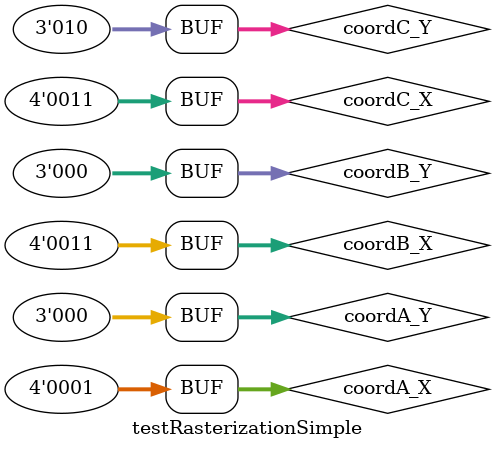
<source format=v>
`include "rasterizationSimple.v"

module testRasterizationSimple();
	reg[3:0] coordA_X;
	reg[2:0] coordA_Y;
	reg[3:0] coordB_X;
	reg[2:0] coordB_Y;
	reg[3:0] coordC_X;
	reg[2:0] coordC_Y;
    wire[11:0] screen;

    rasterizeSimple #(4,3) Rast0(.coordA_X(coordA_X), .coordA_Y(coordA_Y), .coordB_X(coordB_X), .coordB_Y(coordB_Y), .coordC_X(coordC_X), .coordC_Y(coordC_Y), .screen(screen));

    initial begin
        $dumpfile("rasterizationSimple.vcd");
        $dumpvars();

        coordA_X=4'd1;coordA_Y=3'd0; coordB_X=4'd3; coordB_Y=3'd0; coordC_X=4'd3; coordC_Y=3'd2; #1000
        $display("test");
    end
endmodule

</source>
